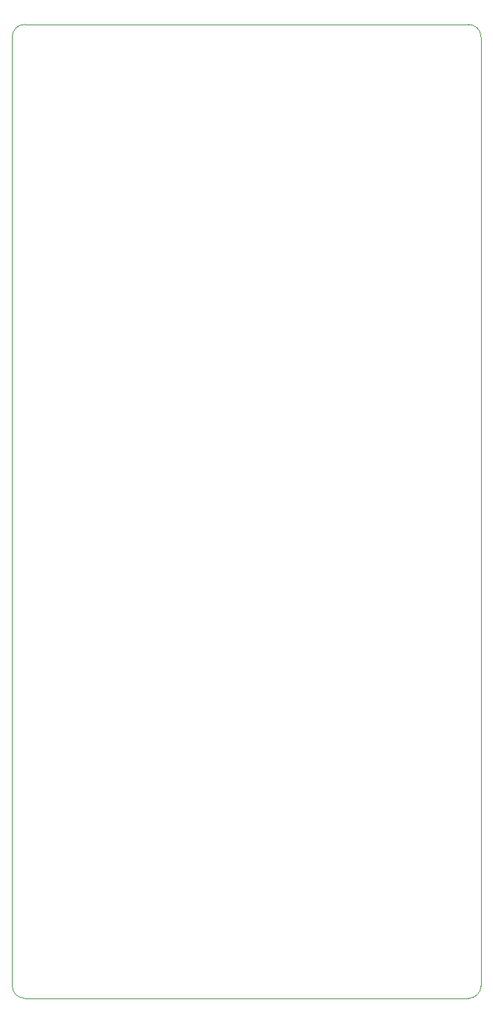
<source format=gbr>
%TF.GenerationSoftware,KiCad,Pcbnew,7.0.1*%
%TF.CreationDate,2023-05-29T11:52:31-05:00*%
%TF.ProjectId,bitaxeMax,62697461-7865-44d6-9178-2e6b69636164,rev?*%
%TF.SameCoordinates,Original*%
%TF.FileFunction,Profile,NP*%
%FSLAX46Y46*%
G04 Gerber Fmt 4.6, Leading zero omitted, Abs format (unit mm)*
G04 Created by KiCad (PCBNEW 7.0.1) date 2023-05-29 11:52:31*
%MOMM*%
%LPD*%
G01*
G04 APERTURE LIST*
%TA.AperFunction,Profile*%
%ADD10C,0.100000*%
%TD*%
G04 APERTURE END LIST*
D10*
X78690660Y-47500000D02*
G75*
G03*
X77190000Y-49000660I40J-1500700D01*
G01*
X77190002Y-163499340D02*
G75*
G03*
X78690660Y-165000000I1500699J39D01*
G01*
X133720000Y-49000000D02*
X133720000Y-163499340D01*
X132219340Y-164999998D02*
G75*
G03*
X133720000Y-163499340I-39J1500699D01*
G01*
X132219340Y-165000000D02*
X78690660Y-165000000D01*
X78690660Y-47500000D02*
X132219340Y-47500000D01*
X77190000Y-49000660D02*
X77190000Y-163499340D01*
X133720000Y-49000000D02*
G75*
G03*
X132219340Y-47500000I-1500300J-300D01*
G01*
M02*

</source>
